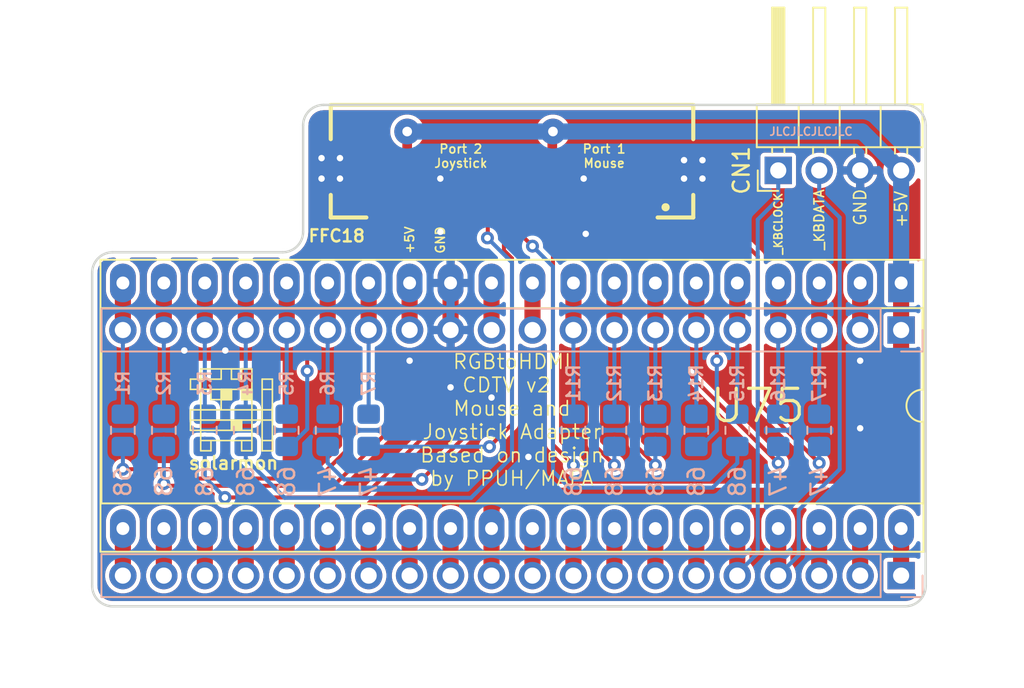
<source format=kicad_pcb>
(kicad_pcb (version 20211014) (generator pcbnew)
  (title_block (title "RGBtoHDMI Denise Adapter - CDTV") (date "2021-12-09") (rev "v2"))
  (layers (0 "F.Cu" signal) (31 "B.Cu" signal) (34 "B.Paste" user) (35 "F.Paste" user) (36 "B.SilkS" user "B.Silkscreen") (37 "F.SilkS" user "F.Silkscreen") (38 "B.Mask" user) (39 "F.Mask" user) (44 "Edge.Cuts" user))
  (net 0 "")
  (net 1 "GND")
  (net 2 "+5V")
  (net 3 "_KBDATA")
  (net 4 "_KBCLOCK")
  (net 5 "Port2_6_FIRE1")
  (net 6 "Port2_1_YB2")
  (net 7 "Port2_2_XA2")
  (net 8 "Port2_3_YA2")
  (net 9 "Port2_9_POT1Y")
  (net 10 "Port2_4_XB2")
  (net 11 "Port2_5_POT1X")
  (net 12 "Port1_6_FIRE0")
  (net 13 "Port1_1_YB1")
  (net 14 "Port1_2_XA1")
  (net 15 "Port1_3_YA1")
  (net 16 "Port1_9_POT0Y")
  (net 17 "Port1_4_XB1")
  (net 18 "Port1_5_POT0X")
  (net 19 "Net-(J1-Pad20)")
  (net 20 "Net-(J1-Pad19)")
  (net 21 "Net-(J1-Pad18)")
  (net 22 "Net-(J1-Pad17)")
  (net 23 "Net-(J1-Pad16)")
  (net 24 "Net-(J1-Pad15)")
  (net 25 "Net-(J1-Pad14)")
  (net 26 "Net-(J1-Pad13)")
  (net 27 "Net-(J1-Pad11)")
  (net 28 "Net-(J1-Pad10)")
  (net 29 "Net-(J1-Pad9)")
  (net 30 "Net-(J1-Pad8)")
  (net 31 "Net-(J1-Pad7)")
  (net 32 "Net-(J1-Pad6)")
  (net 33 "Net-(J1-Pad5)")
  (net 34 "Net-(J1-Pad4)")
  (net 35 "Net-(J1-Pad3)")
  (net 36 "Net-(J1-Pad2)")
  (net 37 "Net-(J2-Pad20)")
  (net 38 "Net-(J2-Pad19)")
  (net 39 "Net-(J2-Pad18)")
  (net 40 "Net-(J2-Pad17)")
  (net 41 "Net-(J2-Pad16)")
  (net 42 "Net-(J2-Pad15)")
  (net 43 "Net-(J2-Pad14)")
  (net 44 "Net-(J2-Pad13)")
  (net 45 "Net-(J2-Pad12)")
  (net 46 "Net-(J2-Pad10)")
  (net 47 "Net-(J2-Pad9)")
  (net 48 "Net-(J2-Pad8)")
  (net 49 "Net-(J2-Pad7)")
  (net 50 "Net-(J2-Pad6)")
  (net 51 "Net-(J2-Pad3)")
  (net 52 "Net-(J2-Pad2)")
  (net 53 "Net-(J2-Pad1)")
  (footprint "solarmon_library:FPC-SMD_X10B25U18T" (layer "F.Cu") (at 120.015 119.38)
    (fp_text reference "FFC18" (at -12.7 1.778) (layer "F.SilkS") (effects (font (size 0.75 0.75)) (justify left)))
    (fp_text value "FFC_18" hide)
    (pad "1" smd rect locked (at 8.5 -0.045 180) (size 0.6 2) (layers "F.Cu" "F.Paste" "F.Mask") (net 18 "Port1_5_POT0X"))
    (pad "2" smd rect locked (at 7.5 -0.045 180) (size 0.6 2) (layers "F.Cu" "F.Paste" "F.Mask") (net 17 "Port1_4_XB1"))
    (pad "3" smd rect locked (at 6.5 -0.045 180) (size 0.6 2) (layers "F.Cu" "F.Paste" "F.Mask") (net 16 "Port1_9_POT0Y"))
    (pad "4" smd rect locked (at 5.5 -0.045 180) (size 0.6 2) (layers "F.Cu" "F.Paste" "F.Mask") (net 15 "Port1_3_YA1"))
    (pad "5" smd rect locked (at 4.5 -0.045 180) (size 0.6 2) (layers "F.Cu" "F.Paste" "F.Mask") (net 1 "GND"))
    (pad "6" smd rect locked (at 3.5 -0.045 180) (size 0.6 2) (layers "F.Cu" "F.Paste" "F.Mask") (net 14 "Port1_2_XA1"))
    (pad "7" smd rect locked (at 2.5 -0.045 180) (size 0.6 2) (layers "F.Cu" "F.Paste" "F.Mask") (net 2 "+5V"))
    (pad "8" smd rect locked (at 1.5 -0.045 180) (size 0.6 2) (layers "F.Cu" "F.Paste" "F.Mask") (net 13 "Port1_1_YB1"))
    (pad "9" smd rect locked (at 0.5 -0.045 180) (size 0.6 2) (layers "F.Cu" "F.Paste" "F.Mask") (net 12 "Port1_6_FIRE0"))
    (pad "10" smd rect locked (at -0.5 -0.045 180) (size 0.6 2) (layers "F.Cu" "F.Paste" "F.Mask") (net 11 "Port2_5_POT1X"))
    (pad "11" smd rect locked (at -1.5 -0.045 180) (size 0.6 2) (layers "F.Cu" "F.Paste" "F.Mask") (net 10 "Port2_4_XB2"))
    (pad "12" smd rect locked (at -2.5 -0.045 180) (size 0.6 2) (layers "F.Cu" "F.Paste" "F.Mask") (net 9 "Port2_9_POT1Y"))
    (pad "13" smd rect locked (at -3.5 -0.045 180) (size 0.6 2) (layers "F.Cu" "F.Paste" "F.Mask") (net 8 "Port2_3_YA2"))
    (pad "14" smd rect locked (at -4.5 -0.045 180) (size 0.6 2) (layers "F.Cu" "F.Paste" "F.Mask") (net 1 "GND"))
    (pad "15" smd rect locked (at -5.5 -0.045 180) (size 0.6 2) (layers "F.Cu" "F.Paste" "F.Mask") (net 7 "Port2_2_XA2"))
    (pad "16" smd rect locked (at -6.5 -0.045 180) (size 0.6 2) (layers "F.Cu" "F.Paste" "F.Mask") (net 2 "+5V"))
    (pad "17" smd rect locked (at -7.5 -0.045 180) (size 0.6 2) (layers "F.Cu" "F.Paste" "F.Mask") (net 6 "Port2_1_YB2"))
    (pad "18" smd rect locked (at -8.5 -0.045 180) (size 0.6 2) (layers "F.Cu" "F.Paste" "F.Mask") (net 5 "Port2_6_FIRE1"))
    (pad "MP" smd rect locked (at -11.25 -2.495 180) (size 2.5 3) (layers "F.Cu" "F.Paste" "F.Mask") (net 1 "GND"))
    (pad "MP" smd rect locked (at 11.25 -2.495 180) (size 2.5 3) (layers "F.Cu" "F.Paste" "F.Mask") (net 1 "GND"))
  )
  (footprint "Package_DIP:DIP-40_W15.24mm_Socket_LongPads" (layer "F.Cu") (at 144.145 124.079 -90)
    (fp_text reference "U75" (at 7.62 8.89 180) (layer "F.SilkS") (effects (font (size 2 2) (thickness 0.2))))
    (fp_text value "Conn_02x20_Counter_Clockwise")
    (pad "1" thru_hole rect locked (at 0 0 270) (size 2.4 1.6) (drill 0.8) (layers *.Cu *.Mask) (net 2 "+5V"))
    (pad "2" thru_hole oval locked (at 0 2.54 270) (size 2.4 1.6) (drill 0.8) (layers *.Cu *.Mask) (net 36 "Net-(J1-Pad2)"))
    (pad "3" thru_hole oval locked (at 0 5.08 270) (size 2.4 1.6) (drill 0.8) (layers *.Cu *.Mask) (net 35 "Net-(J1-Pad3)"))
    (pad "4" thru_hole oval locked (at 0 7.62 270) (size 2.4 1.6) (drill 0.8) (layers *.Cu *.Mask) (net 34 "Net-(J1-Pad4)"))
    (pad "5" thru_hole oval locked (at 0 10.16 270) (size 2.4 1.6) (drill 0.8) (layers *.Cu *.Mask) (net 33 "Net-(J1-Pad5)"))
    (pad "6" thru_hole oval locked (at 0 12.7 270) (size 2.4 1.6) (drill 0.8) (layers *.Cu *.Mask) (net 32 "Net-(J1-Pad6)"))
    (pad "7" thru_hole oval locked (at 0 15.24 270) (size 2.4 1.6) (drill 0.8) (layers *.Cu *.Mask) (net 31 "Net-(J1-Pad7)"))
    (pad "8" thru_hole oval locked (at 0 17.78 270) (size 2.4 1.6) (drill 0.8) (layers *.Cu *.Mask) (net 30 "Net-(J1-Pad8)"))
    (pad "9" thru_hole oval locked (at 0 20.32 270) (size 2.4 1.6) (drill 0.8) (layers *.Cu *.Mask) (net 29 "Net-(J1-Pad9)"))
    (pad "10" thru_hole oval locked (at 0 22.86 270) (size 2.4 1.6) (drill 0.8) (layers *.Cu *.Mask) (net 28 "Net-(J1-Pad10)"))
    (pad "11" thru_hole oval locked (at 0 25.4 270) (size 2.4 1.6) (drill 0.8) (layers *.Cu *.Mask) (net 27 "Net-(J1-Pad11)"))
    (pad "12" thru_hole oval locked (at 0 27.94 270) (size 2.4 1.6) (drill 0.8) (layers *.Cu *.Mask) (net 1 "GND"))
    (pad "13" thru_hole oval locked (at 0 30.48 270) (size 2.4 1.6) (drill 0.8) (layers *.Cu *.Mask) (net 26 "Net-(J1-Pad13)"))
    (pad "14" thru_hole oval locked (at 0 33.02 270) (size 2.4 1.6) (drill 0.8) (layers *.Cu *.Mask) (net 25 "Net-(J1-Pad14)"))
    (pad "15" thru_hole oval locked (at 0 35.56 270) (size 2.4 1.6) (drill 0.8) (layers *.Cu *.Mask) (net 24 "Net-(J1-Pad15)"))
    (pad "16" thru_hole oval locked (at 0 38.1 270) (size 2.4 1.6) (drill 0.8) (layers *.Cu *.Mask) (net 23 "Net-(J1-Pad16)"))
    (pad "17" thru_hole oval locked (at 0 40.64 270) (size 2.4 1.6) (drill 0.8) (layers *.Cu *.Mask) (net 22 "Net-(J1-Pad17)"))
    (pad "18" thru_hole oval locked (at 0 43.18 270) (size 2.4 1.6) (drill 0.8) (layers *.Cu *.Mask) (net 21 "Net-(J1-Pad18)"))
    (pad "19" thru_hole oval locked (at 0 45.72 270) (size 2.4 1.6) (drill 0.8) (layers *.Cu *.Mask) (net 20 "Net-(J1-Pad19)"))
    (pad "20" thru_hole oval locked (at 0 48.26 270) (size 2.4 1.6) (drill 0.8) (layers *.Cu *.Mask) (net 19 "Net-(J1-Pad20)"))
    (pad "21" thru_hole oval locked (at 15.24 48.26 270) (size 2.4 1.6) (drill 0.8) (layers *.Cu *.Mask) (net 37 "Net-(J2-Pad20)"))
    (pad "22" thru_hole oval locked (at 15.24 45.72 270) (size 2.4 1.6) (drill 0.8) (layers *.Cu *.Mask) (net 38 "Net-(J2-Pad19)"))
    (pad "23" thru_hole oval locked (at 15.24 43.18 270) (size 2.4 1.6) (drill 0.8) (layers *.Cu *.Mask) (net 39 "Net-(J2-Pad18)"))
    (pad "24" thru_hole oval locked (at 15.24 40.64 270) (size 2.4 1.6) (drill 0.8) (layers *.Cu *.Mask) (net 40 "Net-(J2-Pad17)"))
    (pad "25" thru_hole oval locked (at 15.24 38.1 270) (size 2.4 1.6) (drill 0.8) (layers *.Cu *.Mask) (net 41 "Net-(J2-Pad16)"))
    (pad "26" thru_hole oval locked (at 15.24 35.56 270) (size 2.4 1.6) (drill 0.8) (layers *.Cu *.Mask) (net 42 "Net-(J2-Pad15)"))
    (pad "27" thru_hole oval locked (at 15.24 33.02 270) (size 2.4 1.6) (drill 0.8) (layers *.Cu *.Mask) (net 43 "Net-(J2-Pad14)"))
    (pad "28" thru_hole oval locked (at 15.24 30.48 270) (size 2.4 1.6) (drill 0.8) (layers *.Cu *.Mask) (net 44 "Net-(J2-Pad13)"))
    (pad "29" thru_hole oval locked (at 15.24 27.94 270) (size 2.4 1.6) (drill 0.8) (layers *.Cu *.Mask) (net 45 "Net-(J2-Pad12)"))
    (pad "30" thru_hole oval locked (at 15.24 25.4 270) (size 2.4 1.6) (drill 0.8) (layers *.Cu *.Mask) (net 2 "+5V"))
    (pad "31" thru_hole oval locked (at 15.24 22.86 270) (size 2.4 1.6) (drill 0.8) (layers *.Cu *.Mask) (net 46 "Net-(J2-Pad10)"))
    (pad "32" thru_hole oval locked (at 15.24 20.32 270) (size 2.4 1.6) (drill 0.8) (layers *.Cu *.Mask) (net 47 "Net-(J2-Pad9)"))
    (pad "33" thru_hole oval locked (at 15.24 17.78 270) (size 2.4 1.6) (drill 0.8) (layers *.Cu *.Mask) (net 48 "Net-(J2-Pad8)"))
    (pad "34" thru_hole oval locked (at 15.24 15.24 270) (size 2.4 1.6) (drill 0.8) (layers *.Cu *.Mask) (net 49 "Net-(J2-Pad7)"))
    (pad "35" thru_hole oval locked (at 15.24 12.7 270) (size 2.4 1.6) (drill 0.8) (layers *.Cu *.Mask) (net 50 "Net-(J2-Pad6)"))
    (pad "36" thru_hole oval locked (at 15.24 10.16 270) (size 2.4 1.6) (drill 0.8) (layers *.Cu *.Mask) (net 4 "_KBCLOCK"))
    (pad "37" thru_hole oval locked (at 15.24 7.62 270) (size 2.4 1.6) (drill 0.8) (layers *.Cu *.Mask) (net 3 "_KBDATA"))
    (pad "38" thru_hole oval locked (at 15.24 5.08 270) (size 2.4 1.6) (drill 0.8) (layers *.Cu *.Mask) (net 51 "Net-(J2-Pad3)"))
    (pad "39" thru_hole oval locked (at 15.24 2.54 270) (size 2.4 1.6) (drill 0.8) (layers *.Cu *.Mask) (net 52 "Net-(J2-Pad2)"))
    (pad "40" thru_hole oval locked (at 15.24 0 270) (size 2.4 1.6) (drill 0.8) (layers *.Cu *.Mask) (net 53 "Net-(J2-Pad1)"))
  )
  (footprint "solarmon_library:solarmon-logo-25mils" (layer "F.Cu") (at 102.616 132.588)
    (fp_text reference "solarmon1" hide)
    (fp_text value "solarmon_logo")
    (fp_poly (pts (xy 2.54 -1.905) (xy 1.905 -1.905) (xy 1.905 -2.54) (xy 2.54 -2.54)) (layer "F.Cu") (width 0.1) (fill solid))
    (fp_poly (pts (xy -1.27 0.635) (xy -1.905 0.635) (xy -1.905 0) (xy -1.27 0)) (layer "F.Cu") (width 0.1) (fill solid))
    (fp_poly (pts (xy -0.635 -1.905) (xy -1.27 -1.905) (xy -1.27 -2.54) (xy -0.635 -2.54)) (layer "F.Cu") (width 0.1) (fill solid))
    (fp_poly (pts (xy 2.54 1.905) (xy 1.905 1.905) (xy 1.905 1.27) (xy 2.54 1.27)) (layer "F.Cu") (width 0.1) (fill solid))
    (fp_poly (pts (xy 0 -1.905) (xy -0.635 -1.905) (xy -0.635 -2.54) (xy 0 -2.54)) (layer "F.Cu") (width 0.1) (fill solid))
    (fp_poly (pts (xy 0 0.635) (xy -0.635 0.635) (xy -0.635 0) (xy 0 0)) (layer "F.Cu") (width 0.1) (fill solid))
    (fp_poly (pts (xy -1.27 -1.905) (xy -1.905 -1.905) (xy -1.905 -2.54) (xy -1.27 -2.54)) (layer "F.Cu") (width 0.1) (fill solid))
    (fp_poly (pts (xy 1.27 -1.905) (xy 0.635 -1.905) (xy 0.635 -2.54) (xy 1.27 -2.54)) (layer "F.Cu") (width 0.1) (fill solid))
    (fp_poly (pts (xy 1.27 -2.54) (xy 0.635 -2.54) (xy 0.635 -3.175) (xy 1.27 -3.175)) (layer "F.Cu") (width 0.1) (fill solid))
    (fp_poly (pts (xy -1.27 1.905) (xy -1.905 1.905) (xy -1.905 1.27) (xy -1.27 1.27)) (layer "F.Cu") (width 0.1) (fill solid))
    (fp_poly (pts (xy 1.27 1.905) (xy 0.635 1.905) (xy 0.635 1.27) (xy 1.27 1.27)) (layer "F.Cu") (width 0.1) (fill solid))
    (fp_poly (pts (xy 0.635 -1.905) (xy 0 -1.905) (xy 0 -2.54) (xy 0.635 -2.54)) (layer "F.Cu") (width 0.1) (fill solid))
    (fp_poly (pts (xy -0.635 0.635) (xy -1.27 0.635) (xy -1.27 0) (xy -0.635 0)) (layer "F.Cu") (width 0.1) (fill solid))
    (fp_poly (pts (xy 0 -2.54) (xy -0.635 -2.54) (xy -0.635 -3.175) (xy 0 -3.175)) (layer "F.Cu") (width 0.1) (fill solid))
    (fp_poly (pts (xy 1.27 0.635) (xy 0.635 0.635) (xy 0.635 0) (xy 1.27 0)) (layer "F.Cu") (width 0.1) (fill solid))
  )
  (footprint "Connector_PinHeader_2.54mm:PinHeader_1x04_P2.54mm_Horizontal" (layer "F.Cu") (at 136.525 117.094 90)
    (fp_text reference "CN1" (at 0 -2.286 90) (layer "F.SilkS"))
    (fp_text value "Conn_01x04")
    (pad "1" thru_hole rect locked (at 0 0 90) (size 1.7 1.7) (drill 1) (layers *.Cu *.Mask) (net 4 "_KBCLOCK"))
    (pad "2" thru_hole oval locked (at 0 2.54 90) (size 1.7 1.7) (drill 1) (layers *.Cu *.Mask) (net 3 "_KBDATA"))
    (pad "3" thru_hole oval locked (at 0 5.08 90) (size 1.7 1.7) (drill 1) (layers *.Cu *.Mask) (net 1 "GND"))
    (pad "4" thru_hole oval locked (at 0 7.62 90) (size 1.7 1.7) (drill 1) (layers *.Cu *.Mask) (net 2 "+5V"))
  )
  (footprint "Resistor_SMD:R_0805_2012Metric_Pad1.20x1.40mm_HandSolder" (layer "B.Cu") (at 95.885 133.223 90)
    (fp_text reference "R1" (at 2.921 0 90) (layer "B.SilkS") (effects (font (size 0.8 0.8)) (justify mirror)))
    (fp_text value "68" (at -3.175 0 90 unlocked) (layer "B.SilkS") (effects (justify mirror)))
    (pad "1" smd roundrect locked (at -1 0 90) (size 1.2 1.4) (layers "B.Cu" "B.Paste" "B.Mask") (roundrect_rratio 0.2083325) (net 6 "Port2_1_YB2"))
    (pad "2" smd roundrect locked (at 1 0 90) (size 1.2 1.4) (layers "B.Cu" "B.Paste" "B.Mask") (roundrect_rratio 0.2083325) (net 19 "Net-(J1-Pad20)"))
  )
  (footprint "Resistor_SMD:R_0805_2012Metric_Pad1.20x1.40mm_HandSolder" (layer "B.Cu") (at 100.965 133.223 90)
    (fp_text reference "R3" (at 2.921 0 90) (layer "B.SilkS") (effects (font (size 0.8 0.8)) (justify mirror)))
    (fp_text value "68" (at -3.175 0 90) (layer "B.SilkS") (effects (justify mirror)))
    (pad "1" smd roundrect locked (at -1 0 90) (size 1.2 1.4) (layers "B.Cu" "B.Paste" "B.Mask") (roundrect_rratio 0.2083325) (net 8 "Port2_3_YA2"))
    (pad "2" smd roundrect locked (at 1 0 90) (size 1.2 1.4) (layers "B.Cu" "B.Paste" "B.Mask") (roundrect_rratio 0.2083325) (net 21 "Net-(J1-Pad18)"))
  )
  (footprint "Resistor_SMD:R_0805_2012Metric_Pad1.20x1.40mm_HandSolder" (layer "B.Cu") (at 106.045 133.223 90)
    (fp_text reference "R5" (at 2.921 0 90) (layer "B.SilkS") (effects (font (size 0.8 0.8)) (justify mirror)))
    (fp_text value "68" (at -3.175 0 90) (layer "B.SilkS") (effects (justify mirror)))
    (pad "1" smd roundrect locked (at -1 0 90) (size 1.2 1.4) (layers "B.Cu" "B.Paste" "B.Mask") (roundrect_rratio 0.2083325) (net 5 "Port2_6_FIRE1"))
    (pad "2" smd roundrect locked (at 1 0 90) (size 1.2 1.4) (layers "B.Cu" "B.Paste" "B.Mask") (roundrect_rratio 0.2083325) (net 23 "Net-(J1-Pad16)"))
  )
  (footprint "Resistor_SMD:R_0805_2012Metric_Pad1.20x1.40mm_HandSolder" (layer "B.Cu") (at 111.125 133.223 90)
    (fp_text reference "R7" (at 2.921 0 90) (layer "B.SilkS") (effects (font (size 0.8 0.8)) (justify mirror)))
    (fp_text value "47" (at -3.175 0 90) (layer "B.SilkS") (effects (justify mirror)))
    (pad "1" smd roundrect locked (at -1 0 90) (size 1.2 1.4) (layers "B.Cu" "B.Paste" "B.Mask") (roundrect_rratio 0.2083325) (net 11 "Port2_5_POT1X"))
    (pad "2" smd roundrect locked (at 1 0 90) (size 1.2 1.4) (layers "B.Cu" "B.Paste" "B.Mask") (roundrect_rratio 0.2083325) (net 25 "Net-(J1-Pad14)"))
  )
  (footprint "Resistor_SMD:R_0805_2012Metric_Pad1.20x1.40mm_HandSolder" (layer "B.Cu") (at 123.825 133.223 90)
    (fp_text reference "R11" (at 2.921 0 90) (layer "B.SilkS") (effects (font (size 0.8 0.8)) (justify mirror)))
    (fp_text value "68" (at -3.175 0 90) (layer "B.SilkS") (effects (justify mirror)))
    (pad "1" smd roundrect locked (at -1 0 90) (size 1.2 1.4) (layers "B.Cu" "B.Paste" "B.Mask") (roundrect_rratio 0.2083325) (net 13 "Port1_1_YB1"))
    (pad "2" smd roundrect locked (at 1 0 90) (size 1.2 1.4) (layers "B.Cu" "B.Paste" "B.Mask") (roundrect_rratio 0.2083325) (net 29 "Net-(J1-Pad9)"))
  )
  (footprint "Resistor_SMD:R_0805_2012Metric_Pad1.20x1.40mm_HandSolder" (layer "B.Cu") (at 128.905 133.223 90)
    (fp_text reference "R13" (at 2.921 0 90) (layer "B.SilkS") (effects (font (size 0.8 0.8)) (justify mirror)))
    (fp_text value "68" (at -3.175 0 90) (layer "B.SilkS") (effects (justify mirror)))
    (pad "1" smd roundrect locked (at -1 0 90) (size 1.2 1.4) (layers "B.Cu" "B.Paste" "B.Mask") (roundrect_rratio 0.2083325) (net 15 "Port1_3_YA1"))
    (pad "2" smd roundrect locked (at 1 0 90) (size 1.2 1.4) (layers "B.Cu" "B.Paste" "B.Mask") (roundrect_rratio 0.2083325) (net 31 "Net-(J1-Pad7)"))
  )
  (footprint "Resistor_SMD:R_0805_2012Metric_Pad1.20x1.40mm_HandSolder" (layer "B.Cu") (at 133.985 133.223 90)
    (fp_text reference "R15" (at 2.921 0 90) (layer "B.SilkS") (effects (font (size 0.8 0.8)) (justify mirror)))
    (fp_text value "68" (at -3.175 0 90) (layer "B.SilkS") (effects (justify mirror)))
    (pad "1" smd roundrect locked (at -1 0 90) (size 1.2 1.4) (layers "B.Cu" "B.Paste" "B.Mask") (roundrect_rratio 0.2083325) (net 12 "Port1_6_FIRE0"))
    (pad "2" smd roundrect locked (at 1 0 90) (size 1.2 1.4) (layers "B.Cu" "B.Paste" "B.Mask") (roundrect_rratio 0.2083325) (net 33 "Net-(J1-Pad5)"))
  )
  (footprint "Resistor_SMD:R_0805_2012Metric_Pad1.20x1.40mm_HandSolder" (layer "B.Cu") (at 139.065 133.223 90)
    (fp_text reference "R17" (at 2.921 0 90) (layer "B.SilkS") (effects (font (size 0.8 0.8)) (justify mirror)))
    (fp_text value "47" (at -3.175 0 90) (layer "B.SilkS") (effects (justify mirror)))
    (pad "1" smd roundrect locked (at -1 0 90) (size 1.2 1.4) (layers "B.Cu" "B.Paste" "B.Mask") (roundrect_rratio 0.2083325) (net 18 "Port1_5_POT0X"))
    (pad "2" smd roundrect locked (at 1 0 90) (size 1.2 1.4) (layers "B.Cu" "B.Paste" "B.Mask") (roundrect_rratio 0.2083325) (net 35 "Net-(J1-Pad3)"))
  )
  (footprint "Resistor_SMD:R_0805_2012Metric_Pad1.20x1.40mm_HandSolder" (layer "B.Cu") (at 98.425 133.223 90)
    (fp_text reference "R2" (at 2.921 0 90) (layer "B.SilkS") (effects (font (size 0.8 0.8)) (justify mirror)))
    (fp_text value "68" (at -3.175 0 90) (layer "B.SilkS") (effects (justify mirror)))
    (pad "1" smd roundrect locked (at -1 0 90) (size 1.2 1.4) (layers "B.Cu" "B.Paste" "B.Mask") (roundrect_rratio 0.2083325) (net 7 "Port2_2_XA2"))
    (pad "2" smd roundrect locked (at 1 0 90) (size 1.2 1.4) (layers "B.Cu" "B.Paste" "B.Mask") (roundrect_rratio 0.2083325) (net 20 "Net-(J1-Pad19)"))
  )
  (footprint "Resistor_SMD:R_0805_2012Metric_Pad1.20x1.40mm_HandSolder" (layer "B.Cu") (at 103.505 133.223 90)
    (fp_text reference "R4" (at 2.921 0 90) (layer "B.SilkS") (effects (font (size 0.8 0.8)) (justify mirror)))
    (fp_text value "68" (at -3.175 0 90) (layer "B.SilkS") (effects (justify mirror)))
    (pad "1" smd roundrect locked (at -1 0 90) (size 1.2 1.4) (layers "B.Cu" "B.Paste" "B.Mask") (roundrect_rratio 0.2083325) (net 10 "Port2_4_XB2"))
    (pad "2" smd roundrect locked (at 1 0 90) (size 1.2 1.4) (layers "B.Cu" "B.Paste" "B.Mask") (roundrect_rratio 0.2083325) (net 22 "Net-(J1-Pad17)"))
  )
  (footprint "Resistor_SMD:R_0805_2012Metric_Pad1.20x1.40mm_HandSolder" (layer "B.Cu") (at 108.585 133.223 90)
    (fp_text reference "R6" (at 2.921 0 90) (layer "B.SilkS") (effects (font (size 0.8 0.8)) (justify mirror)))
    (fp_text value "47" (at -3.175 0 90) (layer "B.SilkS") (effects (justify mirror)))
    (pad "1" smd roundrect locked (at -1 0 90) (size 1.2 1.4) (layers "B.Cu" "B.Paste" "B.Mask") (roundrect_rratio 0.2083325) (net 9 "Port2_9_POT1Y"))
    (pad "2" smd roundrect locked (at 1 0 90) (size 1.2 1.4) (layers "B.Cu" "B.Paste" "B.Mask") (roundrect_rratio 0.2083325) (net 24 "Net-(J1-Pad15)"))
  )
  (footprint "Resistor_SMD:R_0805_2012Metric_Pad1.20x1.40mm_HandSolder" (layer "B.Cu") (at 126.365 133.223 90)
    (fp_text reference "R12" (at 2.921 0 90) (layer "B.SilkS") (effects (font (size 0.8 0.8)) (justify mirror)))
    (fp_text value "68" (at -3.175 0 90) (layer "B.SilkS") (effects (justify mirror)))
    (pad "1" smd roundrect locked (at -1 0 90) (size 1.2 1.4) (layers "B.Cu" "B.Paste" "B.Mask") (roundrect_rratio 0.2083325) (net 14 "Port1_2_XA1"))
    (pad "2" smd roundrect locked (at 1 0 90) (size 1.2 1.4) (layers "B.Cu" "B.Paste" "B.Mask") (roundrect_rratio 0.2083325) (net 30 "Net-(J1-Pad8)"))
  )
  (footprint "Resistor_SMD:R_0805_2012Metric_Pad1.20x1.40mm_HandSolder" (layer "B.Cu") (at 131.445 133.223 90)
    (fp_text reference "R14" (at 2.921 0 90) (layer "B.SilkS") (effects (font (size 0.8 0.8)) (justify mirror)))
    (fp_text value "68" (at -3.175 0 90) (layer "B.SilkS") (effects (justify mirror)))
    (pad "1" smd roundrect locked (at -1 0 90) (size 1.2 1.4) (layers "B.Cu" "B.Paste" "B.Mask") (roundrect_rratio 0.2083325) (net 17 "Port1_4_XB1"))
    (pad "2" smd roundrect locked (at 1 0 90) (size 1.2 1.4) (layers "B.Cu" "B.Paste" "B.Mask") (roundrect_rratio 0.2083325) (net 32 "Net-(J1-Pad6)"))
  )
  (footprint "Resistor_SMD:R_0805_2012Metric_Pad1.20x1.40mm_HandSolder" (layer "B.Cu") (at 136.525 133.223 90)
    (fp_text reference "R16" (at 2.921 0 90) (layer "B.SilkS") (effects (font (size 0.8 0.8)) (justify mirror)))
    (fp_text value "47" (at -3.175 0 90) (layer "B.SilkS") (effects (justify mirror)))
    (pad "1" smd roundrect locked (at -1 0 90) (size 1.2 1.4) (layers "B.Cu" "B.Paste" "B.Mask") (roundrect_rratio 0.2083325) (net 16 "Port1_9_POT0Y"))
    (pad "2" smd roundrect locked (at 1 0 90) (size 1.2 1.4) (layers "B.Cu" "B.Paste" "B.Mask") (roundrect_rratio 0.2083325) (net 34 "Net-(J1-Pad4)"))
  )
  (footprint "Connector_PinHeader_2.54mm:PinHeader_1x20_P2.54mm_Vertical" (layer "B.Cu") (at 144.145 127 90)
    (fp_text reference "J1" hide)
    (fp_text value "Conn_01x20")
    (pad "1" thru_hole rect locked (at 0 0 90) (size 1.7 1.7) (drill 1) (layers *.Cu *.Mask) (net 2 "+5V"))
    (pad "2" thru_hole oval locked (at 0 -2.54 90) (size 1.7 1.7) (drill 1) (layers *.Cu *.Mask) (net 36 "Net-(J1-Pad2)"))
    (pad "3" thru_hole oval locked (at 0 -5.08 90) (size 1.7 1.7) (drill 1) (layers *.Cu *.Mask) (net 35 "Net-(J1-Pad3)"))
    (pad "4" thru_hole oval locked (at 0 -7.62 90) (size 1.7 1.7) (drill 1) (layers *.Cu *.Mask) (net 34 "Net-(J1-Pad4)"))
    (pad "5" thru_hole oval locked (at 0 -10.16 90) (size 1.7 1.7) (drill 1) (layers *.Cu *.Mask) (net 33 "Net-(J1-Pad5)"))
    (pad "6" thru_hole oval locked (at 0 -12.7 90) (size 1.7 1.7) (drill 1) (layers *.Cu *.Mask) (net 32 "Net-(J1-Pad6)"))
    (pad "7" thru_hole oval locked (at 0 -15.24 90) (size 1.7 1.7) (drill 1) (layers *.Cu *.Mask) (net 31 "Net-(J1-Pad7)"))
    (pad "8" thru_hole oval locked (at 0 -17.78 90) (size 1.7 1.7) (drill 1) (layers *.Cu *.Mask) (net 30 "Net-(J1-Pad8)"))
    (pad "9" thru_hole oval locked (at 0 -20.32 90) (size 1.7 1.7) (drill 1) (layers *.Cu *.Mask) (net 29 "Net-(J1-Pad9)"))
    (pad "10" thru_hole oval locked (at 0 -22.86 90) (size 1.7 1.7) (drill 1) (layers *.Cu *.Mask) (net 28 "Net-(J1-Pad10)"))
    (pad "11" thru_hole oval locked (at 0 -25.4 90) (size 1.7 1.7) (drill 1) (layers *.Cu *.Mask) (net 27 "Net-(J1-Pad11)"))
    (pad "12" thru_hole oval locked (at 0 -27.94 90) (size 1.7 1.7) (drill 1) (layers *.Cu *.Mask) (net 1 "GND"))
    (pad "13" thru_hole oval locked (at 0 -30.48 90) (size 1.7 1.7) (drill 1) (layers *.Cu *.Mask) (net 26 "Net-(J1-Pad13)"))
    (pad "14" thru_hole oval locked (at 0 -33.02 90) (size 1.7 1.7) (drill 1) (layers *.Cu *.Mask) (net 25 "Net-(J1-Pad14)"))
    (pad "15" thru_hole oval locked (at 0 -35.56 90) (size 1.7 1.7) (drill 1) (layers *.Cu *.Mask) (net 24 "Net-(J1-Pad15)"))
    (pad "16" thru_hole oval locked (at 0 -38.1 90) (size 1.7 1.7) (drill 1) (layers *.Cu *.Mask) (net 23 "Net-(J1-Pad16)"))
    (pad "17" thru_hole oval locked (at 0 -40.64 90) (size 1.7 1.7) (drill 1) (layers *.Cu *.Mask) (net 22 "Net-(J1-Pad17)"))
    (pad "18" thru_hole oval locked (at 0 -43.18 90) (size 1.7 1.7) (drill 1) (layers *.Cu *.Mask) (net 21 "Net-(J1-Pad18)"))
    (pad "19" thru_hole oval locked (at 0 -45.72 90) (size 1.7 1.7) (drill 1) (layers *.Cu *.Mask) (net 20 "Net-(J1-Pad19)"))
    (pad "20" thru_hole oval locked (at 0 -48.26 90) (size 1.7 1.7) (drill 1) (layers *.Cu *.Mask) (net 19 "Net-(J1-Pad20)"))
  )
  (footprint "Connector_PinHeader_2.54mm:PinHeader_1x20_P2.54mm_Vertical" (layer "B.Cu") (at 144.145 142.24 90)
    (fp_text reference "J2" hide)
    (fp_text value "Conn_01x20")
    (pad "1" thru_hole rect locked (at 0 0 90) (size 1.7 1.7) (drill 1) (layers *.Cu *.Mask) (net 53 "Net-(J2-Pad1)"))
    (pad "2" thru_hole oval locked (at 0 -2.54 90) (size 1.7 1.7) (drill 1) (layers *.Cu *.Mask) (net 52 "Net-(J2-Pad2)"))
    (pad "3" thru_hole oval locked (at 0 -5.08 90) (size 1.7 1.7) (drill 1) (layers *.Cu *.Mask) (net 51 "Net-(J2-Pad3)"))
    (pad "4" thru_hole oval locked (at 0 -7.62 90) (size 1.7 1.7) (drill 1) (layers *.Cu *.Mask) (net 3 "_KBDATA"))
    (pad "5" thru_hole oval locked (at 0 -10.16 90) (size 1.7 1.7) (drill 1) (layers *.Cu *.Mask) (net 4 "_KBCLOCK"))
    (pad "6" thru_hole oval locked (at 0 -12.7 90) (size 1.7 1.7) (drill 1) (layers *.Cu *.Mask) (net 50 "Net-(J2-Pad6)"))
    (pad "7" thru_hole oval locked (at 0 -15.24 90) (size 1.7 1.7) (drill 1) (layers *.Cu *.Mask) (net 49 "Net-(J2-Pad7)"))
    (pad "8" thru_hole oval locked (at 0 -17.78 90) (size 1.7 1.7) (drill 1) (layers *.Cu *.Mask) (net 48 "Net-(J2-Pad8)"))
    (pad "9" thru_hole oval locked (at 0 -20.32 90) (size 1.7 1.7) (drill 1) (layers *.Cu *.Mask) (net 47 "Net-(J2-Pad9)"))
    (pad "10" thru_hole oval locked (at 0 -22.86 90) (size 1.7 1.7) (drill 1) (layers *.Cu *.Mask) (net 46 "Net-(J2-Pad10)"))
    (pad "11" thru_hole oval locked (at 0 -25.4 90) (size 1.7 1.7) (drill 1) (layers *.Cu *.Mask) (net 2 "+5V"))
    (pad "12" thru_hole oval locked (at 0 -27.94 90) (size 1.7 1.7) (drill 1) (layers *.Cu *.Mask) (net 45 "Net-(J2-Pad12)"))
    (pad "13" thru_hole oval locked (at 0 -30.48 90) (size 1.7 1.7) (drill 1) (layers *.Cu *.Mask) (net 44 "Net-(J2-Pad13)"))
    (pad "14" thru_hole oval locked (at 0 -33.02 90) (size 1.7 1.7) (drill 1) (layers *.Cu *.Mask) (net 43 "Net-(J2-Pad14)"))
    (pad "15" thru_hole oval locked (at 0 -35.56 90) (size 1.7 1.7) (drill 1) (layers *.Cu *.Mask) (net 42 "Net-(J2-Pad15)"))
    (pad "16" thru_hole oval locked (at 0 -38.1 90) (size 1.7 1.7) (drill 1) (layers *.Cu *.Mask) (net 41 "Net-(J2-Pad16)"))
    (pad "17" thru_hole oval locked (at 0 -40.64 90) (size 1.7 1.7) (drill 1) (layers *.Cu *.Mask) (net 40 "Net-(J2-Pad17)"))
    (pad "18" thru_hole oval locked (at 0 -43.18 90) (size 1.7 1.7) (drill 1) (layers *.Cu *.Mask) (net 39 "Net-(J2-Pad18)"))
    (pad "19" thru_hole oval locked (at 0 -45.72 90) (size 1.7 1.7) (drill 1) (layers *.Cu *.Mask) (net 38 "Net-(J2-Pad19)"))
    (pad "20" thru_hole oval locked (at 0 -48.26 90) (size 1.7 1.7) (drill 1) (layers *.Cu *.Mask) (net 37 "Net-(J2-Pad20)"))
  )
  (gr_line (start 107.061 120.904) (end 107.061 114.3) (layer "Edge.Cuts") (width 0.15))
  (gr_line (start 95.25 122.174) (end 105.791 122.174) (layer "Edge.Cuts") (width 0.15))
  (gr_arc (start 93.98 123.444) (mid 94.351974 122.545974) (end 95.25 122.174) (layer "Edge.Cuts") (width 0.15))
  (gr_arc (start 107.061 120.904) (mid 106.689026 121.802026) (end 105.791 122.174) (layer "Edge.Cuts") (width 0.15))
  (gr_arc (start 107.061 114.3) (mid 107.432974 113.401974) (end 108.331 113.03) (layer "Edge.Cuts") (width 0.15))
  (gr_arc (start 144.399 113.03) (mid 145.297026 113.401974) (end 145.669 114.3) (layer "Edge.Cuts") (width 0.15))
  (gr_arc (start 145.669 142.875) (mid 145.297026 143.773026) (end 144.399 144.145) (layer "Edge.Cuts") (width 0.15))
  (gr_line (start 93.98 123.444) (end 93.98 142.875) (layer "Edge.Cuts") (width 0.15))
  (gr_line (start 145.669 114.3) (end 145.669 142.875) (layer "Edge.Cuts") (width 0.15))
  (gr_arc (start 95.25 144.145) (mid 94.351974 143.773026) (end 93.98 142.875) (layer "Edge.Cuts") (width 0.15))
  (gr_line (start 95.25 144.145) (end 144.399 144.145) (layer "Edge.Cuts") (width 0.15))
  (gr_line (start 108.331 113.03) (end 144.399 113.03) (layer "Edge.Cuts") (width 0.15))
  (gr_text "JLCJLCJLCJLC" (at 138.557 114.681) (layer "B.SilkS") (effects (font (size 0.5 0.5) (thickness 0.1))))
  (gr_text "_KBCLOCK" (at 136.525 120.396 90) (layer "F.SilkS") (effects (font (size 0.5 0.5) (thickness 0.1))))
  (gr_text "GND" (at 141.605 119.38 90) (layer "F.SilkS") (effects (font (size 0.75 0.75) (thickness 0.1))))
  (gr_text "+5V" (at 144.145 119.507 90) (layer "F.SilkS") (effects (font (size 0.75 0.75) (thickness 0.1))))
  (gr_text "+5V" (at 113.665 121.412 90) (layer "F.SilkS") (effects (font (size 0.55 0.55) (thickness 0.1))))
  (gr_text "GND" (at 115.57 121.412 90) (layer "F.SilkS") (effects (font (size 0.55 0.55) (thickness 0.1))))
  (gr_text "Port 1\nMouse" (at 125.73 116.205) (layer "F.SilkS") (effects (font (size 0.55 0.55) (thickness 0.1))))
  (gr_text "Port 2\nJoystick" (at 116.84 116.205) (layer "F.SilkS") (effects (font (size 0.55 0.55) (thickness 0.1))))
  (gr_text "_KBDATA" (at 139.065 120.142 90) (layer "F.SilkS") (effects (font (size 0.6 0.6) (thickness 0.1))))
  (gr_text "RGBtoHDMI\nCDTV v2 \nMouse and\nJoystick Adapter\nBased on design\nby PPUH/MAFA" (at 120.015 132.588) (layer "F.SilkS") (effects (font (size 0.9 0.9) (thickness 0.1))))
  (gr_text "solarmon" (at 102.743 135.255) (layer "F.SilkS") (effects (font (size 0.8 0.8))))
  (segment (start 116.205 124.079) (end 116.205 127) (width 1) (layer "F.Cu") (net 1))
  (via (at 115.57 120.904) (size 0.8) (drill 0.4) (layers "F.Cu" "B.Cu") (net 1))
  (via (at 131.826 117.602) (size 0.8) (drill 0.4) (layers "F.Cu" "B.Cu") (net 1))
  (via (at 99.695 128.27) (size 0.8) (drill 0.4) (layers "F.Cu" "B.Cu") (net 1))
  (via (at 118.745 131.191) (size 0.8) (drill 0.4) (layers "F.Cu" "B.Cu") (net 1))
  (via (at 124.46 117.602) (size 0.8) (drill 0.4) (layers "F.Cu" "B.Cu") (net 1))
  (via (at 102.235 128.27) (size 0.8) (drill 0.4) (layers "F.Cu" "B.Cu") (net 1))
  (via (at 115.57 117.602) (size 0.8) (drill 0.4) (layers "F.Cu" "B.Cu") (net 1))
  (via (at 131.826 116.459) (size 0.8) (drill 0.4) (layers "F.Cu" "B.Cu") (net 1))
  (via (at 113.665 128.905) (size 0.8) (drill 0.4) (layers "F.Cu" "B.Cu") (net 1))
  (via (at 121.031 134.874) (size 0.8) (drill 0.4) (layers "F.Cu" "B.Cu") (net 1))
  (via (at 141.605 128.905) (size 0.8) (drill 0.4) (layers "F.Cu" "B.Cu") (net 1))
  (via (at 116.205 130.556) (size 0.8) (drill 0.4) (layers "F.Cu" "B.Cu") (net 1))
  (via (at 130.683 116.459) (size 0.8) (drill 0.4) (layers "F.Cu" "B.Cu") (net 1))
  (via (at 108.204 116.332) (size 0.8) (drill 0.4) (layers "F.Cu" "B.Cu") (net 1))
  (via (at 109.347 116.332) (size 0.8) (drill 0.4) (layers "F.Cu" "B.Cu") (net 1))
  (via (at 108.204 117.602) (size 0.8) (drill 0.4) (layers "F.Cu" "B.Cu") (net 1))
  (via (at 141.605 133.096) (size 0.8) (drill 0.4) (layers "F.Cu" "B.Cu") (net 1))
  (via (at 124.587 121.031) (size 0.8) (drill 0.4) (layers "F.Cu" "B.Cu") (net 1))
  (via (at 130.683 117.602) (size 0.8) (drill 0.4) (layers "F.Cu" "B.Cu") (net 1))
  (via (at 109.347 117.602) (size 0.8) (drill 0.4) (layers "F.Cu" "B.Cu") (net 1))
  (segment (start 119.38 137.287) (end 140.97 137.287) (width 1) (layer "F.Cu") (net 2))
  (segment (start 144.145 124.079) (end 144.145 127) (width 1) (layer "F.Cu") (net 2))
  (segment (start 118.745 139.319) (end 118.745 137.922) (width 1) (layer "F.Cu") (net 2))
  (segment (start 118.745 137.922) (end 119.38 137.287) (width 1) (layer "F.Cu") (net 2))
  (segment (start 144.145 134.112) (end 144.145 127) (width 1) (layer "F.Cu") (net 2))
  (segment (start 122.515 114.721) (end 122.555 114.681) (width 0.6) (layer "F.Cu") (net 2))
  (segment (start 118.745 141.605) (end 118.745 139.319) (width 1) (layer "F.Cu") (net 2))
  (segment (start 122.515 119.97) (end 122.515 114.721) (width 0.6) (layer "F.Cu") (net 2))
  (segment (start 113.515 119.97) (end 113.515 114.681) (width 0.6) (layer "F.Cu") (net 2))
  (segment (start 140.97 137.287) (end 144.145 134.112) (width 1) (layer "F.Cu") (net 2))
  (via (at 122.555 114.681) (size 1.6) (drill 0.6) (layers "F.Cu" "B.Cu") (net 2))
  (via (at 113.515 114.681) (size 1.6) (drill 0.6) (layers "F.Cu" "B.Cu") (net 2))
  (segment (start 113.515 114.681) (end 122.555 114.681) (width 1) (layer "B.Cu") (net 2))
  (segment (start 144.145 124.079) (end 144.145 117.094) (width 1) (layer "B.Cu") (net 2))
  (segment (start 144.145 117.094) (end 141.732 114.681) (width 1) (layer "B.Cu") (net 2))
  (segment (start 141.732 114.681) (end 122.555 114.681) (width 1) (layer "B.Cu") (net 2))
  (segment (start 136.525 142.24) (end 136.525 139.319) (width 1) (layer "F.Cu") (net 3))
  (segment (start 140.335 135.636) (end 140.335 120.015) (width 0.25) (layer "B.Cu") (net 3))
  (segment (start 140.335 120.015) (end 139.065 118.745) (width 0.25) (layer "B.Cu") (net 3))
  (segment (start 136.525 142.24) (end 137.795 140.97) (width 0.25) (layer "B.Cu") (net 3))
  (segment (start 139.065 118.745) (end 139.065 117.094) (width 0.25) (layer "B.Cu") (net 3))
  (segment (start 137.795 138.176) (end 140.335 135.636) (width 0.25) (layer "B.Cu") (net 3))
  (segment (start 137.795 140.97) (end 137.795 138.176) (width 0.25) (layer "B.Cu") (net 3))
  (segment (start 133.985 142.24) (end 133.985 139.319) (width 1) (layer "F.Cu") (net 4))
  (segment (start 133.985 142.24) (end 133.985 142.113) (width 0.25) (layer "B.Cu") (net 4))
  (segment (start 133.985 142.113) (end 135.255 140.843) (width 0.25) (layer "B.Cu") (net 4))
  (segment (start 136.525 118.872) (end 136.525 117.094) (width 0.25) (layer "B.Cu") (net 4))
  (segment (start 135.255 120.142) (end 136.525 118.872) (width 0.25) (layer "B.Cu") (net 4))
  (segment (start 135.255 140.843) (end 135.255 120.142) (width 0.25) (layer "B.Cu") (net 4))
  (segment (start 111.515 119.97) (end 110.154 119.97) (width 0.25) (layer "F.Cu") (net 5))
  (segment (start 107.315 122.809) (end 107.315 129.540006) (width 0.25) (layer "F.Cu") (net 5))
  (segment (start 110.154 119.97) (end 107.315 122.809) (width 0.25) (layer "F.Cu") (net 5))
  (via (at 107.315 129.540006) (size 0.8) (drill 0.4) (layers "F.Cu" "B.Cu") (net 5))
  (segment (start 106.221 134.239) (end 107.315 133.145) (width 0.25) (layer "B.Cu") (net 5))
  (segment (start 107.315 133.145) (end 107.315 129.540006) (width 0.25) (layer "B.Cu") (net 5))
  (segment (start 106.045 134.239) (end 106.221 134.239) (width 0.25) (layer "B.Cu") (net 5))
  (segment (start 111.887 121.412) (end 112.515 120.784) (width 0.25) (layer "F.Cu") (net 6))
  (segment (start 109.855 134.366) (end 109.855 122.301) (width 0.25) (layer "F.Cu") (net 6))
  (segment (start 95.885 135.636) (end 98.830182 135.636) (width 0.25) (layer "F.Cu") (net 6))
  (segment (start 99.409192 136.21501) (end 108.00599 136.21501) (width 0.25) (layer "F.Cu") (net 6))
  (segment (start 110.744 121.412) (end 111.887 121.412) (width 0.25) (layer "F.Cu") (net 6))
  (segment (start 112.515 120.784) (end 112.515 119.335) (width 0.25) (layer "F.Cu") (net 6))
  (segment (start 109.855 122.301) (end 110.744 121.412) (width 0.25) (layer "F.Cu") (net 6))
  (segment (start 98.830182 135.636) (end 99.409192 136.21501) (width 0.25) (layer "F.Cu") (net 6))
  (segment (start 108.00599 136.21501) (end 109.855 134.366) (width 0.25) (layer "F.Cu") (net 6))
  (via (at 95.885 135.636) (size 0.8) (drill 0.4) (layers "F.Cu" "B.Cu") (net 6))
  (segment (start 95.885 134.223) (end 95.885 135.636) (width 0.25) (layer "B.Cu") (net 6))
  (segment (start 112.395 133.223) (end 108.952979 136.665021) (width 0.25) (layer "F.Cu") (net 7))
  (segment (start 114.515 120.562) (end 112.395 122.682) (width 0.25) (layer "F.Cu") (net 7))
  (segment (start 98.565021 136.665021) (end 98.425 136.525) (width 0.25) (layer "F.Cu") (net 7))
  (segment (start 108.952979 136.665021) (end 98.565021 136.665021) (width 0.25) (layer "F.Cu") (net 7))
  (segment (start 112.395 122.682) (end 112.395 133.223) (width 0.25) (layer "F.Cu") (net 7))
  (segment (start 114.515 119.97) (end 114.515 120.562) (width 0.25) (layer "F.Cu") (net 7))
  (via (at 98.425 136.525) (size 0.8) (drill 0.4) (layers "F.Cu" "B.Cu") (net 7))
  (segment (start 98.425 133.731) (end 98.425 136.525) (width 0.25) (layer "B.Cu") (net 7))
  (segment (start 110.768593 137.390031) (end 102.211031 137.390031) (width 0.25) (layer "F.Cu") (net 8))
  (segment (start 114.935 122.809) (end 114.935 133.223624) (width 0.25) (layer "F.Cu") (net 8))
  (segment (start 114.935 133.223624) (end 110.768593 137.390031) (width 0.25) (layer "F.Cu") (net 8))
  (segment (start 116.515 121.229) (end 114.935 122.809) (width 0.25) (layer "F.Cu") (net 8))
  (segment (start 116.515 119.97) (end 116.515 121.229) (width 0.25) (layer "F.Cu") (net 8))
  (via (at 102.211031 137.390031) (size 0.8) (drill 0.4) (layers "F.Cu" "B.Cu") (net 8))
  (segment (start 100.965 136.144) (end 102.211031 137.390031) (width 0.25) (layer "B.Cu") (net 8))
  (segment (start 100.965 133.731) (end 100.965 136.144) (width 0.25) (layer "B.Cu") (net 8))
  (segment (start 117.515 133.18301) (end 114.826999 135.871011) (width 0.25) (layer "F.Cu") (net 9))
  (segment (start 114.826999 135.871011) (end 114.427 136.27101) (width 0.25) (layer "F.Cu") (net 9))
  (segment (start 117.515 119.97) (end 117.515 133.18301) (width 0.25) (layer "F.Cu") (net 9))
  (via (at 114.427 136.27101) (size 0.8) (drill 0.4) (layers "F.Cu" "B.Cu") (net 9))
  (segment (start 108.585 134.239) (end 108.585 135.255) (width 0.25) (layer "B.Cu") (net 9))
  (segment (start 108.585 135.255) (end 109.60101 136.27101) (width 0.25) (layer "B.Cu") (net 9))
  (segment (start 113.861315 136.27101) (end 114.427 136.27101) (width 0.25) (layer "B.Cu") (net 9))
  (segment (start 109.60101 136.27101) (end 113.861315 136.27101) (width 0.25) (layer "B.Cu") (net 9))
  (segment (start 118.515 119.97) (end 118.515 121.261006) (width 0.25) (layer "F.Cu") (net 10))
  (segment (start 118.515 121.261006) (end 118.491 121.285006) (width 0.25) (layer "F.Cu") (net 10))
  (via (at 118.491 121.285006) (size 0.8) (drill 0.4) (layers "F.Cu" "B.Cu") (net 10))
  (segment (start 117.475 137.414) (end 120.015 134.874) (width 0.25) (layer "B.Cu") (net 10))
  (segment (start 120.015 122.809006) (end 118.491 121.285006) (width 0.25) (layer "B.Cu") (net 10))
  (segment (start 120.015 134.874) (end 120.015 122.809006) (width 0.25) (layer "B.Cu") (net 10))
  (segment (start 105.918 137.414) (end 117.475 137.414) (width 0.25) (layer "B.Cu") (net 10))
  (segment (start 103.505 134.239) (end 103.505 135.001) (width 0.25) (layer "B.Cu") (net 10))
  (segment (start 103.505 135.001) (end 105.918 137.414) (width 0.25) (layer "B.Cu") (net 10))
  (segment (start 120.015 122.555) (end 120.015 132.842) (width 0.25) (layer "F.Cu") (net 11))
  (segment (start 120.015 132.842) (end 118.618 134.239) (width 0.25) (layer "F.Cu") (net 11))
  (segment (start 119.515 119.335) (end 119.515 122.055) (width 0.25) (layer "F.Cu") (net 11))
  (segment (start 119.515 122.055) (end 120.015 122.555) (width 0.25) (layer "F.Cu") (net 11))
  (via (at 118.618 134.239) (size 0.8) (drill 0.4) (layers "F.Cu" "B.Cu") (net 11))
  (segment (start 111.125 134.239) (end 118.618 134.239) (width 0.25) (layer "B.Cu") (net 11))
  (segment (start 120.515 119.335) (end 120.515 121.023) (width 0.25) (layer "F.Cu") (net 12))
  (segment (start 120.515 121.023) (end 121.285 121.793) (width 0.25) (layer "F.Cu") (net 12))
  (via (at 121.285 121.793) (size 0.8) (drill 0.4) (layers "F.Cu" "B.Cu") (net 12))
  (segment (start 122.555 135.763) (end 122.555 123.063) (width 0.25) (layer "B.Cu") (net 12))
  (segment (start 132.461 136.779) (end 123.571 136.779) (width 0.25) (layer "B.Cu") (net 12))
  (segment (start 122.555 123.063) (end 121.285 121.793) (width 0.25) (layer "B.Cu") (net 12))
  (segment (start 123.571 136.779) (end 122.555 135.763) (width 0.25) (layer "B.Cu") (net 12))
  (segment (start 133.985 134.223) (end 133.985 135.255) (width 0.25) (layer "B.Cu") (net 12))
  (segment (start 133.985 135.255) (end 132.461 136.779) (width 0.25) (layer "B.Cu") (net 12))
  (segment (start 122.555 134.112) (end 123.825 135.382) (width 0.25) (layer "F.Cu") (net 13))
  (segment (start 121.515 119.97) (end 121.515 120.5625) (width 0.25) (layer "F.Cu") (net 13))
  (segment (start 121.515 120.5625) (end 122.555 121.6025) (width 0.25) (layer "F.Cu") (net 13))
  (segment (start 122.555 121.6025) (end 122.555 134.112) (width 0.25) (layer "F.Cu") (net 13))
  (via (at 123.825 135.382) (size 0.8) (drill 0.4) (layers "F.Cu" "B.Cu") (net 13))
  (segment (start 123.825 133.731) (end 123.825 135.382) (width 0.25) (layer "B.Cu") (net 13))
  (segment (start 125.095 134.112) (end 126.365 135.382) (width 0.25) (layer "F.Cu") (net 14))
  (segment (start 123.515 119.97) (end 123.515 121.540002) (width 0.25) (layer "F.Cu") (net 14))
  (segment (start 123.515 121.540002) (end 125.095 123.120002) (width 0.25) (layer "F.Cu") (net 14))
  (segment (start 125.095 123.120002) (end 125.095 134.112) (width 0.25) (layer "F.Cu") (net 14))
  (via (at 126.365 135.382) (size 0.8) (drill 0.4) (layers "F.Cu" "B.Cu") (net 14))
  (segment (start 126.365 133.731) (end 126.365 135.382) (width 0.25) (layer "B.Cu") (net 14))
  (segment (start 125.515 120.562) (end 127.635 122.682) (width 0.25) (layer "F.Cu") (net 15))
  (segment (start 127.635 122.682) (end 127.635 134.111996) (width 0.25) (layer "F.Cu") (net 15))
  (segment (start 125.515 119.97) (end 125.515 120.562) (width 0.25) (layer "F.Cu") (net 15))
  (segment (start 127.635 134.111996) (end 128.905002 135.381998) (width 0.25) (layer "F.Cu") (net 15))
  (via (at 128.905002 135.381998) (size 0.8) (drill 0.4) (layers "F.Cu" "B.Cu") (net 15))
  (segment (start 128.905 133.731) (end 128.905 135.381996) (width 0.25) (layer "B.Cu") (net 15))
  (segment (start 128.905 135.381996) (end 128.905002 135.381998) (width 0.25) (layer "B.Cu") (net 15))
  (segment (start 130.175 122.682) (end 130.175 128.905) (width 0.25) (layer "F.Cu") (net 16))
  (segment (start 127.889 121.92) (end 129.413 121.92) (width 0.25) (layer "F.Cu") (net 16))
  (segment (start 126.515 120.546) (end 127.889 121.92) (width 0.25) (layer "F.Cu") (net 16))
  (segment (start 126.515 119.97) (end 126.515 120.546) (width 0.25) (layer "F.Cu") (net 16))
  (segment (start 130.175 128.905) (end 136.525 135.255) (width 0.25) (layer "F.Cu") (net 16))
  (segment (start 129.413 121.92) (end 130.175 122.682) (width 0.25) (layer "F.Cu") (net 16))
  (via (at 136.525 135.255) (size 0.8) (drill 0.4) (layers "F.Cu" "B.Cu") (net 16))
  (segment (start 136.525 133.731) (end 136.525 135.255) (width 0.25) (layer "B.Cu") (net 16))
  (segment (start 131.318 121.285) (end 132.714998 122.681998) (width 0.25) (layer "F.Cu") (net 17))
  (segment (start 127.515 119.97) (end 127.515 120.53) (width 0.25) (layer "F.Cu") (net 17))
  (segment (start 127.515 120.53) (end 128.27 121.285) (width 0.25) (layer "F.Cu") (net 17))
  (segment (start 132.714998 128.339307) (end 132.714998 128.904992) (width 0.25) (layer "F.Cu") (net 17))
  (segment (start 128.27 121.285) (end 131.318 121.285) (width 0.25) (layer "F.Cu") (net 17))
  (segment (start 132.714998 122.681998) (end 132.714998 128.339307) (width 0.25) (layer "F.Cu") (net 17))
  (via (at 132.714998 128.904992) (size 0.8) (drill 0.4) (layers "F.Cu" "B.Cu") (net 17))
  (segment (start 131.445 133.985) (end 131.953 133.985) (width 0.25) (layer "B.Cu") (net 17))
  (segment (start 132.714998 133.223002) (end 132.714998 128.904992) (width 0.25) (layer "B.Cu") (net 17))
  (segment (start 131.953 133.985) (end 132.714998 133.223002) (width 0.25) (layer "B.Cu") (net 17))
  (segment (start 135.255 131.445) (end 139.064996 135.254996) (width 0.25) (layer "F.Cu") (net 18))
  (segment (start 135.255 122.428) (end 135.255 131.445) (width 0.25) (layer "F.Cu") (net 18))
  (segment (start 128.515 119.335) (end 132.162 119.335) (width 0.25) (layer "F.Cu") (net 18))
  (segment (start 132.162 119.335) (end 135.255 122.428) (width 0.25) (layer "F.Cu") (net 18))
  (via (at 139.064996 135.254996) (size 0.8) (drill 0.4) (layers "F.Cu" "B.Cu") (net 18))
  (segment (start 139.065 133.731) (end 139.065 135.254992) (width 0.25) (layer "B.Cu") (net 18))
  (segment (start 139.065 135.254992) (end 139.064996 135.254996) (width 0.25) (layer "B.Cu") (net 18))
  (segment (start 95.885 124.079) (end 95.885 127) (width 1) (layer "F.Cu") (net 19))
  (segment (start 95.885 127) (end 95.885 132.207) (width 0.25) (layer "B.Cu") (net 19))
  (segment (start 98.425 124.079) (end 98.425 127) (width 1) (layer "F.Cu") (net 20))
  (segment (start 98.425 127) (end 98.425 132.08) (width 0.25) (layer "B.Cu") (net 20))
  (segment (start 100.965 124.079) (end 100.965 127) (width 1) (layer "F.Cu") (net 21))
  (segment (start 100.965 127) (end 100.965 132.207) (width 0.25) (layer "B.Cu") (net 21))
  (segment (start 103.505 124.079) (end 103.505 127) (width 1) (layer "F.Cu") (net 22))
  (segment (start 103.505 132.207) (end 103.505 131.699) (width 0.25) (layer "B.Cu") (net 22))
  (segment (start 103.505 127) (end 103.505 132.207) (width 0.25) (layer "B.Cu") (net 22))
  (segment (start 106.045 124.079) (end 106.045 127) (width 1) (layer "F.Cu") (net 23))
  (segment (start 106.045 127) (end 106.045 132.207) (width 0.25) (layer "B.Cu") (net 23))
  (segment (start 108.585 124.079) (end 108.585 127) (width 1) (layer "F.Cu") (net 24))
  (segment (start 108.585 127) (end 108.585 132.207) (width 0.25) (layer "B.Cu") (net 24))
  (segment (start 111.125 124.079) (end 111.125 127) (width 1) (layer "F.Cu") (net 25))
  (segment (start 111.125 127) (end 111.125 132.207) (width 0.25) (layer "B.Cu") (net 25))
  (segment (start 113.665 124.079) (end 113.665 127) (width 1) (layer "F.Cu") (net 26))
  (segment (start 118.745 124.079) (end 118.745 127) (width 1) (layer "F.Cu") (net 27))
  (segment (start 121.285 124.079) (end 121.285 127) (width 1) (layer "F.Cu") (net 28))
  (segment (start 123.825 124.079) (end 123.825 127) (width 1) (layer "F.Cu") (net 29))
  (segment (start 123.825 127) (end 123.825 132.207) (width 0.25) (layer "B.Cu") (net 29))
  (segment (start 126.365 127) (end 126.365 124.079) (width 1) (layer "F.Cu") (net 30))
  (segment (start 126.365 127) (end 126.365 132.08) (width 0.25) (layer "B.Cu") (net 30))
  (segment (start 128.905 127) (end 128.905 124.079) (width 1) (layer "F.Cu") (net 31))
  (segment (start 128.905 127) (end 128.905 132.207) (width 0.25) (layer "B.Cu") (net 31))
  (segment (start 131.445 127) (end 131.445 124.079) (width 1) (layer "F.Cu") (net 32))
  (segment (start 131.445 131.699) (end 131.445 127) (width 0.25) (layer "B.Cu") (net 32))
  (segment (start 133.985 124.226919) (end 133.911041 124.15296) (width 1) (layer "F.Cu") (net 33))
  (segment (start 133.985 127) (end 133.985 124.226919) (width 1) (layer "F.Cu") (net 33))
  (segment (start 133.985 132.08) (end 133.985 127) (width 0.25) (layer "B.Cu") (net 33))
  (segment (start 136.525 124.079) (end 136.525 127) (width 1) (layer "F.Cu") (net 34))
  (segment (start 136.525 132.08) (end 136.525 127) (width 0.25) (layer "B.Cu") (net 34))
  (segment (start 139.065 124.079) (end 139.065 127) (width 1) (layer "F.Cu") (net 35))
  (segment (start 139.065 132.08) (end 139.065 127) (width 0.25) (layer "B.Cu") (net 35))
  (segment (start 141.605 124.079) (end 141.605 127) (width 1) (layer "F.Cu") (net 36))
  (segment (start 95.885 142.24) (end 95.885 139.319) (width 1) (layer "F.Cu") (net 37))
  (segment (start 98.425 142.24) (end 98.425 139.319) (width 1) (layer "F.Cu") (net 38))
  (segment (start 100.965 142.24) (end 100.965 139.319) (width 1) (layer "F.Cu") (net 39))
  (segment (start 103.505 142.24) (end 103.505 139.319) (width 1) (layer "F.Cu") (net 40))
  (segment (start 106.045 142.24) (end 106.045 139.319) (width 1) (layer "F.Cu") (net 41))
  (segment (start 108.585 142.24) (end 108.585 139.319) (width 1) (layer "F.Cu") (net 42))
  (segment (start 111.125 142.24) (end 111.125 139.319) (width 1) (layer "F.Cu") (net 43))
  (segment (start 113.665 142.24) (end 113.665 139.319) (width 1) (layer "F.Cu") (net 44))
  (segment (start 116.205 142.24) (end 116.205 139.319) (width 1) (layer "F.Cu") (net 45))
  (segment (start 121.285 139.319) (end 121.285 142.24) (width 1) (layer "F.Cu") (net 46))
  (segment (start 123.825 142.24) (end 123.825 139.319) (width 1) (layer "F.Cu") (net 47))
  (segment (start 126.365 142.24) (end 126.365 139.319) (width 1) (layer "F.Cu") (net 48))
  (segment (start 128.905 139.319) (end 128.905 142.24) (width 1) (layer "F.Cu") (net 49))
  (segment (start 131.445 142.24) (end 131.445 139.319) (width 1) (layer "F.Cu") (net 50))
  (segment (start 139.065 142.24) (end 139.065 139.319) (width 1) (layer "F.Cu") (net 51))
  (segment (start 141.605 142.24) (end 141.605 139.319) (width 1) (layer "F.Cu") (net 52))
  (segment (start 144.145 142.24) (end 144.145 139.319) (width 1) (layer "F.Cu") (net 53))
  (zone (net 1) (net_name "GND") (layer "F.Cu") (connect_pads (clearance 0.254)) (min_thickness 0.254) (fill yes (thermal_gap 0.254) (thermal_bridge_width 0.508) (smoothing fillet) (radius 0.5))
    (polygon (pts (xy 90.805 146.685) (xy 90.805 111.125) (xy 149.225 111.125) (xy 149.225 146.685)))
  )
  (zone (net 0) (net_name "") (layer "F.Cu") (connect_pads (clearance 0)) (min_thickness 0.254)
    (keepout (tracks not_allowed) (vias not_allowed) (pads allowed) (copperpour not_allowed) (footprints allowed))
    (fill (thermal_gap 0.508) (thermal_bridge_width 0.508))
    (polygon (pts (xy 105.791 128.905) (xy 105.791 135.763) (xy 99.695 135.763) (xy 99.695 128.905)))
  )
  (zone (net 1) (net_name "GND") (layer "B.Cu") (connect_pads (clearance 0.254)) (min_thickness 0.254) (fill yes (thermal_gap 0.254) (thermal_bridge_width 0.508) (smoothing fillet) (radius 0.5))
    (polygon (pts (xy 88.265 149.225) (xy 88.265 108.585) (xy 151.765 108.585) (xy 151.765 149.225)))
  )
)
</source>
